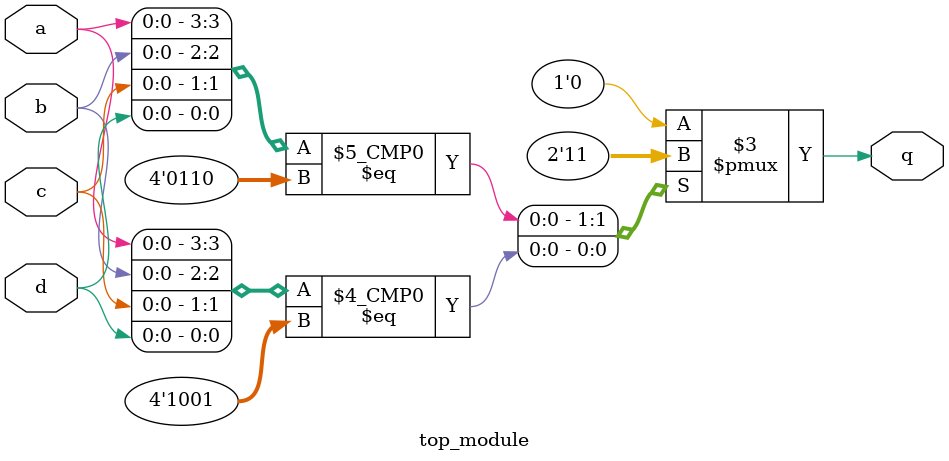
<source format=sv>
module top_module (
    input wire a,
    input wire b,
    input wire c,
    input wire d,
    output reg q
);

    always @(*)
    begin
        case ({a, b, c, d})
            4'b0000: q = 1'b0;
            4'b0110: q = 1'b1;
            4'b1001: q = 1'b1;
            default: q = 1'b0;
        endcase
    end

endmodule

</source>
